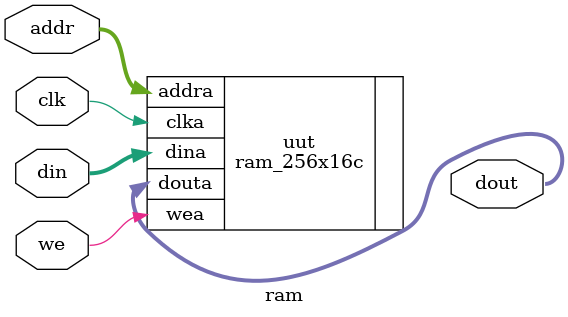
<source format=v>
`timescale 1ns / 1ps
module ram(clk, we, addr, din, dout);

	// Initialize inputs and outputs 
   input          clk;       
   input          we;      
   input  [ 7:0]  addr;       
   input  [15:0]  din;       
   output [15:0]  dout;     

   // Call the instance of memory using Xilinx CoreGen IP
   ram_256x16c uut(
     .clka(clk) ,     // input clka
     .wea(we) ,       // input  [ 0 : 0] wea
     .addra(addr) ,   // input  [ 7 : 0] addra
     .dina(din) ,     // input  [15 : 0] dina
     .douta(dout)     // output [15 : 0] douta
   );

endmodule // end of ram1 module
</source>
